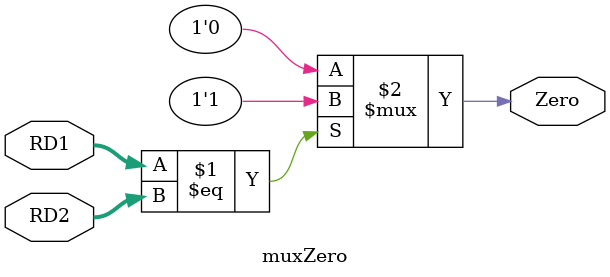
<source format=v>
module muxZero( RD1, RD2, Zero );
    input  [31:0] RD1, RD2;
    output Zero;

    assign Zero = (RD1 == RD2 ) ? 1'b1 : 1'b0 ;
endmodule

</source>
